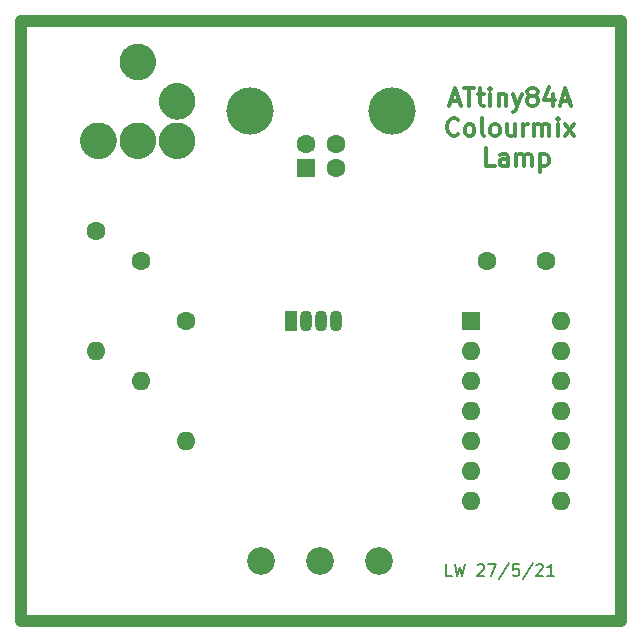
<source format=gbr>
G04 #@! TF.GenerationSoftware,KiCad,Pcbnew,(5.1.9-0-10_14)*
G04 #@! TF.CreationDate,2021-05-28T11:35:46+01:00*
G04 #@! TF.ProjectId,ATtinyRGBLamp,41547469-6e79-4524-9742-4c616d702e6b,rev?*
G04 #@! TF.SameCoordinates,Original*
G04 #@! TF.FileFunction,Copper,L1,Top*
G04 #@! TF.FilePolarity,Positive*
%FSLAX46Y46*%
G04 Gerber Fmt 4.6, Leading zero omitted, Abs format (unit mm)*
G04 Created by KiCad (PCBNEW (5.1.9-0-10_14)) date 2021-05-28 11:35:46*
%MOMM*%
%LPD*%
G01*
G04 APERTURE LIST*
G04 #@! TA.AperFunction,NonConductor*
%ADD10C,0.200000*%
G04 #@! TD*
G04 #@! TA.AperFunction,NonConductor*
%ADD11C,0.300000*%
G04 #@! TD*
G04 #@! TA.AperFunction,EtchedComponent*
%ADD12C,0.010000*%
G04 #@! TD*
G04 #@! TA.AperFunction,ComponentPad*
%ADD13C,4.000000*%
G04 #@! TD*
G04 #@! TA.AperFunction,ComponentPad*
%ADD14C,1.600000*%
G04 #@! TD*
G04 #@! TA.AperFunction,ComponentPad*
%ADD15R,1.600000X1.600000*%
G04 #@! TD*
G04 #@! TA.AperFunction,ComponentPad*
%ADD16R,1.070000X1.800000*%
G04 #@! TD*
G04 #@! TA.AperFunction,ComponentPad*
%ADD17O,1.070000X1.800000*%
G04 #@! TD*
G04 #@! TA.AperFunction,ComponentPad*
%ADD18O,1.600000X1.600000*%
G04 #@! TD*
G04 #@! TA.AperFunction,ComponentPad*
%ADD19C,2.340000*%
G04 #@! TD*
G04 #@! TA.AperFunction,Conductor*
%ADD20C,1.016000*%
G04 #@! TD*
G04 APERTURE END LIST*
D10*
X150748571Y-85102380D02*
X150272380Y-85102380D01*
X150272380Y-84102380D01*
X150986666Y-84102380D02*
X151224761Y-85102380D01*
X151415238Y-84388095D01*
X151605714Y-85102380D01*
X151843809Y-84102380D01*
X152939047Y-84197619D02*
X152986666Y-84150000D01*
X153081904Y-84102380D01*
X153320000Y-84102380D01*
X153415238Y-84150000D01*
X153462857Y-84197619D01*
X153510476Y-84292857D01*
X153510476Y-84388095D01*
X153462857Y-84530952D01*
X152891428Y-85102380D01*
X153510476Y-85102380D01*
X153843809Y-84102380D02*
X154510476Y-84102380D01*
X154081904Y-85102380D01*
X155605714Y-84054761D02*
X154748571Y-85340476D01*
X156415238Y-84102380D02*
X155939047Y-84102380D01*
X155891428Y-84578571D01*
X155939047Y-84530952D01*
X156034285Y-84483333D01*
X156272380Y-84483333D01*
X156367619Y-84530952D01*
X156415238Y-84578571D01*
X156462857Y-84673809D01*
X156462857Y-84911904D01*
X156415238Y-85007142D01*
X156367619Y-85054761D01*
X156272380Y-85102380D01*
X156034285Y-85102380D01*
X155939047Y-85054761D01*
X155891428Y-85007142D01*
X157605714Y-84054761D02*
X156748571Y-85340476D01*
X157891428Y-84197619D02*
X157939047Y-84150000D01*
X158034285Y-84102380D01*
X158272380Y-84102380D01*
X158367619Y-84150000D01*
X158415238Y-84197619D01*
X158462857Y-84292857D01*
X158462857Y-84388095D01*
X158415238Y-84530952D01*
X157843809Y-85102380D01*
X158462857Y-85102380D01*
X159415238Y-85102380D02*
X158843809Y-85102380D01*
X159129523Y-85102380D02*
X159129523Y-84102380D01*
X159034285Y-84245238D01*
X158939047Y-84340476D01*
X158843809Y-84388095D01*
D11*
X150652857Y-44880000D02*
X151367142Y-44880000D01*
X150510000Y-45308571D02*
X151010000Y-43808571D01*
X151510000Y-45308571D01*
X151795714Y-43808571D02*
X152652857Y-43808571D01*
X152224285Y-45308571D02*
X152224285Y-43808571D01*
X152938571Y-44308571D02*
X153510000Y-44308571D01*
X153152857Y-43808571D02*
X153152857Y-45094285D01*
X153224285Y-45237142D01*
X153367142Y-45308571D01*
X153510000Y-45308571D01*
X154010000Y-45308571D02*
X154010000Y-44308571D01*
X154010000Y-43808571D02*
X153938571Y-43880000D01*
X154010000Y-43951428D01*
X154081428Y-43880000D01*
X154010000Y-43808571D01*
X154010000Y-43951428D01*
X154724285Y-44308571D02*
X154724285Y-45308571D01*
X154724285Y-44451428D02*
X154795714Y-44380000D01*
X154938571Y-44308571D01*
X155152857Y-44308571D01*
X155295714Y-44380000D01*
X155367142Y-44522857D01*
X155367142Y-45308571D01*
X155938571Y-44308571D02*
X156295714Y-45308571D01*
X156652857Y-44308571D02*
X156295714Y-45308571D01*
X156152857Y-45665714D01*
X156081428Y-45737142D01*
X155938571Y-45808571D01*
X157438571Y-44451428D02*
X157295714Y-44380000D01*
X157224285Y-44308571D01*
X157152857Y-44165714D01*
X157152857Y-44094285D01*
X157224285Y-43951428D01*
X157295714Y-43880000D01*
X157438571Y-43808571D01*
X157724285Y-43808571D01*
X157867142Y-43880000D01*
X157938571Y-43951428D01*
X158010000Y-44094285D01*
X158010000Y-44165714D01*
X157938571Y-44308571D01*
X157867142Y-44380000D01*
X157724285Y-44451428D01*
X157438571Y-44451428D01*
X157295714Y-44522857D01*
X157224285Y-44594285D01*
X157152857Y-44737142D01*
X157152857Y-45022857D01*
X157224285Y-45165714D01*
X157295714Y-45237142D01*
X157438571Y-45308571D01*
X157724285Y-45308571D01*
X157867142Y-45237142D01*
X157938571Y-45165714D01*
X158010000Y-45022857D01*
X158010000Y-44737142D01*
X157938571Y-44594285D01*
X157867142Y-44522857D01*
X157724285Y-44451428D01*
X159295714Y-44308571D02*
X159295714Y-45308571D01*
X158938571Y-43737142D02*
X158581428Y-44808571D01*
X159510000Y-44808571D01*
X160010000Y-44880000D02*
X160724285Y-44880000D01*
X159867142Y-45308571D02*
X160367142Y-43808571D01*
X160867142Y-45308571D01*
X151295714Y-47715714D02*
X151224285Y-47787142D01*
X151010000Y-47858571D01*
X150867142Y-47858571D01*
X150652857Y-47787142D01*
X150510000Y-47644285D01*
X150438571Y-47501428D01*
X150367142Y-47215714D01*
X150367142Y-47001428D01*
X150438571Y-46715714D01*
X150510000Y-46572857D01*
X150652857Y-46430000D01*
X150867142Y-46358571D01*
X151010000Y-46358571D01*
X151224285Y-46430000D01*
X151295714Y-46501428D01*
X152152857Y-47858571D02*
X152010000Y-47787142D01*
X151938571Y-47715714D01*
X151867142Y-47572857D01*
X151867142Y-47144285D01*
X151938571Y-47001428D01*
X152010000Y-46930000D01*
X152152857Y-46858571D01*
X152367142Y-46858571D01*
X152510000Y-46930000D01*
X152581428Y-47001428D01*
X152652857Y-47144285D01*
X152652857Y-47572857D01*
X152581428Y-47715714D01*
X152510000Y-47787142D01*
X152367142Y-47858571D01*
X152152857Y-47858571D01*
X153510000Y-47858571D02*
X153367142Y-47787142D01*
X153295714Y-47644285D01*
X153295714Y-46358571D01*
X154295714Y-47858571D02*
X154152857Y-47787142D01*
X154081428Y-47715714D01*
X154010000Y-47572857D01*
X154010000Y-47144285D01*
X154081428Y-47001428D01*
X154152857Y-46930000D01*
X154295714Y-46858571D01*
X154510000Y-46858571D01*
X154652857Y-46930000D01*
X154724285Y-47001428D01*
X154795714Y-47144285D01*
X154795714Y-47572857D01*
X154724285Y-47715714D01*
X154652857Y-47787142D01*
X154510000Y-47858571D01*
X154295714Y-47858571D01*
X156081428Y-46858571D02*
X156081428Y-47858571D01*
X155438571Y-46858571D02*
X155438571Y-47644285D01*
X155510000Y-47787142D01*
X155652857Y-47858571D01*
X155867142Y-47858571D01*
X156010000Y-47787142D01*
X156081428Y-47715714D01*
X156795714Y-47858571D02*
X156795714Y-46858571D01*
X156795714Y-47144285D02*
X156867142Y-47001428D01*
X156938571Y-46930000D01*
X157081428Y-46858571D01*
X157224285Y-46858571D01*
X157724285Y-47858571D02*
X157724285Y-46858571D01*
X157724285Y-47001428D02*
X157795714Y-46930000D01*
X157938571Y-46858571D01*
X158152857Y-46858571D01*
X158295714Y-46930000D01*
X158367142Y-47072857D01*
X158367142Y-47858571D01*
X158367142Y-47072857D02*
X158438571Y-46930000D01*
X158581428Y-46858571D01*
X158795714Y-46858571D01*
X158938571Y-46930000D01*
X159010000Y-47072857D01*
X159010000Y-47858571D01*
X159724285Y-47858571D02*
X159724285Y-46858571D01*
X159724285Y-46358571D02*
X159652857Y-46430000D01*
X159724285Y-46501428D01*
X159795714Y-46430000D01*
X159724285Y-46358571D01*
X159724285Y-46501428D01*
X160295714Y-47858571D02*
X161081428Y-46858571D01*
X160295714Y-46858571D02*
X161081428Y-47858571D01*
X154367142Y-50408571D02*
X153652857Y-50408571D01*
X153652857Y-48908571D01*
X155510000Y-50408571D02*
X155510000Y-49622857D01*
X155438571Y-49480000D01*
X155295714Y-49408571D01*
X155010000Y-49408571D01*
X154867142Y-49480000D01*
X155510000Y-50337142D02*
X155367142Y-50408571D01*
X155010000Y-50408571D01*
X154867142Y-50337142D01*
X154795714Y-50194285D01*
X154795714Y-50051428D01*
X154867142Y-49908571D01*
X155010000Y-49837142D01*
X155367142Y-49837142D01*
X155510000Y-49765714D01*
X156224285Y-50408571D02*
X156224285Y-49408571D01*
X156224285Y-49551428D02*
X156295714Y-49480000D01*
X156438571Y-49408571D01*
X156652857Y-49408571D01*
X156795714Y-49480000D01*
X156867142Y-49622857D01*
X156867142Y-50408571D01*
X156867142Y-49622857D02*
X156938571Y-49480000D01*
X157081428Y-49408571D01*
X157295714Y-49408571D01*
X157438571Y-49480000D01*
X157510000Y-49622857D01*
X157510000Y-50408571D01*
X158224285Y-49408571D02*
X158224285Y-50908571D01*
X158224285Y-49480000D02*
X158367142Y-49408571D01*
X158652857Y-49408571D01*
X158795714Y-49480000D01*
X158867142Y-49551428D01*
X158938571Y-49694285D01*
X158938571Y-50122857D01*
X158867142Y-50265714D01*
X158795714Y-50337142D01*
X158652857Y-50408571D01*
X158367142Y-50408571D01*
X158224285Y-50337142D01*
D12*
G04 #@! TO.C,G\u002A\u002A\u002A*
G36*
X120858681Y-46724809D02*
G01*
X120928799Y-46729844D01*
X120998748Y-46738161D01*
X121068413Y-46749767D01*
X121137677Y-46764670D01*
X121206424Y-46782877D01*
X121221860Y-46787445D01*
X121289218Y-46809524D01*
X121355196Y-46834693D01*
X121419773Y-46862940D01*
X121482929Y-46894254D01*
X121544640Y-46928623D01*
X121604887Y-46966034D01*
X121663648Y-47006475D01*
X121720901Y-47049936D01*
X121776624Y-47096403D01*
X121782231Y-47101319D01*
X121792480Y-47110589D01*
X121804518Y-47121875D01*
X121817886Y-47134717D01*
X121832122Y-47148653D01*
X121846769Y-47163221D01*
X121861365Y-47177959D01*
X121875451Y-47192404D01*
X121888567Y-47206096D01*
X121900254Y-47218572D01*
X121910051Y-47229371D01*
X121912725Y-47232412D01*
X121959280Y-47288332D01*
X122002757Y-47345660D01*
X122043172Y-47404421D01*
X122080539Y-47464640D01*
X122114871Y-47526341D01*
X122146184Y-47589551D01*
X122174491Y-47654293D01*
X122199808Y-47720592D01*
X122209169Y-47747761D01*
X122227533Y-47806697D01*
X122243334Y-47866018D01*
X122256660Y-47926170D01*
X122267599Y-47987598D01*
X122276240Y-48050748D01*
X122282670Y-48116065D01*
X122283051Y-48120880D01*
X122283650Y-48130795D01*
X122284150Y-48143551D01*
X122284551Y-48158630D01*
X122284853Y-48175516D01*
X122285056Y-48193693D01*
X122285159Y-48212645D01*
X122285164Y-48231855D01*
X122285069Y-48250807D01*
X122284875Y-48268984D01*
X122284581Y-48285871D01*
X122284188Y-48300950D01*
X122283695Y-48313705D01*
X122283103Y-48323621D01*
X122283067Y-48324080D01*
X122277866Y-48379865D01*
X122271300Y-48433118D01*
X122263261Y-48484454D01*
X122253638Y-48534486D01*
X122242322Y-48583829D01*
X122229205Y-48633095D01*
X122226027Y-48644120D01*
X122204542Y-48711652D01*
X122179961Y-48777882D01*
X122152349Y-48842714D01*
X122121773Y-48906055D01*
X122088299Y-48967810D01*
X122051995Y-49027884D01*
X122012926Y-49086185D01*
X121971158Y-49142617D01*
X121926760Y-49197086D01*
X121879796Y-49249498D01*
X121830334Y-49299759D01*
X121778440Y-49347774D01*
X121724181Y-49393450D01*
X121667623Y-49436691D01*
X121665634Y-49438137D01*
X121607471Y-49478251D01*
X121547561Y-49515497D01*
X121486029Y-49549828D01*
X121423002Y-49581197D01*
X121358605Y-49609556D01*
X121292963Y-49634859D01*
X121226204Y-49657059D01*
X121158451Y-49676108D01*
X121089831Y-49691959D01*
X121020470Y-49704566D01*
X120950493Y-49713881D01*
X120921293Y-49716770D01*
X120887373Y-49719323D01*
X120851553Y-49721166D01*
X120814848Y-49722280D01*
X120778275Y-49722644D01*
X120742851Y-49722240D01*
X120709591Y-49721048D01*
X120706240Y-49720875D01*
X120635908Y-49715450D01*
X120566030Y-49706719D01*
X120496736Y-49694731D01*
X120428155Y-49679534D01*
X120360419Y-49661176D01*
X120293656Y-49639705D01*
X120227999Y-49615171D01*
X120163575Y-49587621D01*
X120100517Y-49557105D01*
X120038953Y-49523669D01*
X119979014Y-49487362D01*
X119920831Y-49448234D01*
X119868887Y-49409725D01*
X119845762Y-49391480D01*
X119824161Y-49373779D01*
X119803450Y-49356060D01*
X119782994Y-49337759D01*
X119762162Y-49318313D01*
X119740318Y-49297160D01*
X119724036Y-49280984D01*
X119700901Y-49257467D01*
X119679873Y-49235350D01*
X119660373Y-49213968D01*
X119641823Y-49192657D01*
X119623646Y-49170752D01*
X119605263Y-49147587D01*
X119586096Y-49122499D01*
X119585129Y-49121212D01*
X119544037Y-49063680D01*
X119505871Y-49004502D01*
X119470660Y-48943786D01*
X119438431Y-48881639D01*
X119409215Y-48818168D01*
X119383039Y-48753480D01*
X119359932Y-48687683D01*
X119339922Y-48620884D01*
X119323038Y-48553190D01*
X119309308Y-48484708D01*
X119298762Y-48415547D01*
X119291427Y-48345812D01*
X119287332Y-48275612D01*
X119286505Y-48205054D01*
X119288976Y-48134245D01*
X119294772Y-48063292D01*
X119297452Y-48039600D01*
X119307550Y-47970176D01*
X119320953Y-47901320D01*
X119337604Y-47833170D01*
X119357447Y-47765863D01*
X119380428Y-47699537D01*
X119406492Y-47634328D01*
X119435581Y-47570375D01*
X119467642Y-47507815D01*
X119502619Y-47446785D01*
X119540456Y-47387423D01*
X119581098Y-47329866D01*
X119586622Y-47322473D01*
X119630928Y-47266351D01*
X119677623Y-47212595D01*
X119726636Y-47161268D01*
X119777896Y-47112427D01*
X119831332Y-47066134D01*
X119886871Y-47022448D01*
X119944443Y-46981430D01*
X120003976Y-46943140D01*
X120065399Y-46907636D01*
X120104260Y-46887122D01*
X120117120Y-46880631D01*
X120130479Y-46873995D01*
X120143617Y-46867562D01*
X120155814Y-46861684D01*
X120166352Y-46856710D01*
X120173625Y-46853383D01*
X120239077Y-46825995D01*
X120305516Y-46801818D01*
X120372827Y-46780856D01*
X120440892Y-46763119D01*
X120509598Y-46748614D01*
X120578828Y-46737346D01*
X120648467Y-46729325D01*
X120718400Y-46724557D01*
X120788509Y-46723049D01*
X120858681Y-46724809D01*
G37*
X120858681Y-46724809D02*
X120928799Y-46729844D01*
X120998748Y-46738161D01*
X121068413Y-46749767D01*
X121137677Y-46764670D01*
X121206424Y-46782877D01*
X121221860Y-46787445D01*
X121289218Y-46809524D01*
X121355196Y-46834693D01*
X121419773Y-46862940D01*
X121482929Y-46894254D01*
X121544640Y-46928623D01*
X121604887Y-46966034D01*
X121663648Y-47006475D01*
X121720901Y-47049936D01*
X121776624Y-47096403D01*
X121782231Y-47101319D01*
X121792480Y-47110589D01*
X121804518Y-47121875D01*
X121817886Y-47134717D01*
X121832122Y-47148653D01*
X121846769Y-47163221D01*
X121861365Y-47177959D01*
X121875451Y-47192404D01*
X121888567Y-47206096D01*
X121900254Y-47218572D01*
X121910051Y-47229371D01*
X121912725Y-47232412D01*
X121959280Y-47288332D01*
X122002757Y-47345660D01*
X122043172Y-47404421D01*
X122080539Y-47464640D01*
X122114871Y-47526341D01*
X122146184Y-47589551D01*
X122174491Y-47654293D01*
X122199808Y-47720592D01*
X122209169Y-47747761D01*
X122227533Y-47806697D01*
X122243334Y-47866018D01*
X122256660Y-47926170D01*
X122267599Y-47987598D01*
X122276240Y-48050748D01*
X122282670Y-48116065D01*
X122283051Y-48120880D01*
X122283650Y-48130795D01*
X122284150Y-48143551D01*
X122284551Y-48158630D01*
X122284853Y-48175516D01*
X122285056Y-48193693D01*
X122285159Y-48212645D01*
X122285164Y-48231855D01*
X122285069Y-48250807D01*
X122284875Y-48268984D01*
X122284581Y-48285871D01*
X122284188Y-48300950D01*
X122283695Y-48313705D01*
X122283103Y-48323621D01*
X122283067Y-48324080D01*
X122277866Y-48379865D01*
X122271300Y-48433118D01*
X122263261Y-48484454D01*
X122253638Y-48534486D01*
X122242322Y-48583829D01*
X122229205Y-48633095D01*
X122226027Y-48644120D01*
X122204542Y-48711652D01*
X122179961Y-48777882D01*
X122152349Y-48842714D01*
X122121773Y-48906055D01*
X122088299Y-48967810D01*
X122051995Y-49027884D01*
X122012926Y-49086185D01*
X121971158Y-49142617D01*
X121926760Y-49197086D01*
X121879796Y-49249498D01*
X121830334Y-49299759D01*
X121778440Y-49347774D01*
X121724181Y-49393450D01*
X121667623Y-49436691D01*
X121665634Y-49438137D01*
X121607471Y-49478251D01*
X121547561Y-49515497D01*
X121486029Y-49549828D01*
X121423002Y-49581197D01*
X121358605Y-49609556D01*
X121292963Y-49634859D01*
X121226204Y-49657059D01*
X121158451Y-49676108D01*
X121089831Y-49691959D01*
X121020470Y-49704566D01*
X120950493Y-49713881D01*
X120921293Y-49716770D01*
X120887373Y-49719323D01*
X120851553Y-49721166D01*
X120814848Y-49722280D01*
X120778275Y-49722644D01*
X120742851Y-49722240D01*
X120709591Y-49721048D01*
X120706240Y-49720875D01*
X120635908Y-49715450D01*
X120566030Y-49706719D01*
X120496736Y-49694731D01*
X120428155Y-49679534D01*
X120360419Y-49661176D01*
X120293656Y-49639705D01*
X120227999Y-49615171D01*
X120163575Y-49587621D01*
X120100517Y-49557105D01*
X120038953Y-49523669D01*
X119979014Y-49487362D01*
X119920831Y-49448234D01*
X119868887Y-49409725D01*
X119845762Y-49391480D01*
X119824161Y-49373779D01*
X119803450Y-49356060D01*
X119782994Y-49337759D01*
X119762162Y-49318313D01*
X119740318Y-49297160D01*
X119724036Y-49280984D01*
X119700901Y-49257467D01*
X119679873Y-49235350D01*
X119660373Y-49213968D01*
X119641823Y-49192657D01*
X119623646Y-49170752D01*
X119605263Y-49147587D01*
X119586096Y-49122499D01*
X119585129Y-49121212D01*
X119544037Y-49063680D01*
X119505871Y-49004502D01*
X119470660Y-48943786D01*
X119438431Y-48881639D01*
X119409215Y-48818168D01*
X119383039Y-48753480D01*
X119359932Y-48687683D01*
X119339922Y-48620884D01*
X119323038Y-48553190D01*
X119309308Y-48484708D01*
X119298762Y-48415547D01*
X119291427Y-48345812D01*
X119287332Y-48275612D01*
X119286505Y-48205054D01*
X119288976Y-48134245D01*
X119294772Y-48063292D01*
X119297452Y-48039600D01*
X119307550Y-47970176D01*
X119320953Y-47901320D01*
X119337604Y-47833170D01*
X119357447Y-47765863D01*
X119380428Y-47699537D01*
X119406492Y-47634328D01*
X119435581Y-47570375D01*
X119467642Y-47507815D01*
X119502619Y-47446785D01*
X119540456Y-47387423D01*
X119581098Y-47329866D01*
X119586622Y-47322473D01*
X119630928Y-47266351D01*
X119677623Y-47212595D01*
X119726636Y-47161268D01*
X119777896Y-47112427D01*
X119831332Y-47066134D01*
X119886871Y-47022448D01*
X119944443Y-46981430D01*
X120003976Y-46943140D01*
X120065399Y-46907636D01*
X120104260Y-46887122D01*
X120117120Y-46880631D01*
X120130479Y-46873995D01*
X120143617Y-46867562D01*
X120155814Y-46861684D01*
X120166352Y-46856710D01*
X120173625Y-46853383D01*
X120239077Y-46825995D01*
X120305516Y-46801818D01*
X120372827Y-46780856D01*
X120440892Y-46763119D01*
X120509598Y-46748614D01*
X120578828Y-46737346D01*
X120648467Y-46729325D01*
X120718400Y-46724557D01*
X120788509Y-46723049D01*
X120858681Y-46724809D01*
G36*
X124209734Y-46725731D02*
G01*
X124280511Y-46731566D01*
X124302880Y-46734105D01*
X124372490Y-46744228D01*
X124441500Y-46757667D01*
X124509814Y-46774386D01*
X124577338Y-46794352D01*
X124643976Y-46817531D01*
X124709632Y-46843889D01*
X124774212Y-46873393D01*
X124837622Y-46906008D01*
X124899764Y-46941700D01*
X124919700Y-46953975D01*
X124974930Y-46990461D01*
X125028979Y-47029966D01*
X125081617Y-47072258D01*
X125132610Y-47117105D01*
X125181726Y-47164276D01*
X125228735Y-47213537D01*
X125273403Y-47264659D01*
X125315500Y-47317407D01*
X125354792Y-47371551D01*
X125388505Y-47422780D01*
X125421400Y-47477861D01*
X125452179Y-47534552D01*
X125480522Y-47592215D01*
X125506112Y-47650210D01*
X125522580Y-47691620D01*
X125545974Y-47758083D01*
X125566154Y-47825500D01*
X125583111Y-47893735D01*
X125596839Y-47962653D01*
X125607328Y-48032119D01*
X125614571Y-48101997D01*
X125618560Y-48172153D01*
X125619288Y-48242449D01*
X125616746Y-48312753D01*
X125610927Y-48382927D01*
X125601823Y-48452837D01*
X125589426Y-48522347D01*
X125574503Y-48588240D01*
X125555568Y-48657005D01*
X125533559Y-48724358D01*
X125508473Y-48790303D01*
X125480306Y-48854846D01*
X125449058Y-48917990D01*
X125414725Y-48979741D01*
X125377305Y-49040104D01*
X125336794Y-49099083D01*
X125293191Y-49156684D01*
X125246493Y-49212911D01*
X125241172Y-49219007D01*
X125234199Y-49226731D01*
X125225194Y-49236359D01*
X125214583Y-49247463D01*
X125202790Y-49259616D01*
X125190242Y-49272388D01*
X125177362Y-49285354D01*
X125164577Y-49298084D01*
X125152311Y-49310152D01*
X125140989Y-49321130D01*
X125131038Y-49330590D01*
X125122881Y-49338105D01*
X125121929Y-49338957D01*
X125066972Y-49385731D01*
X125010301Y-49429623D01*
X124951991Y-49470600D01*
X124892114Y-49508628D01*
X124830744Y-49543672D01*
X124767955Y-49575699D01*
X124703818Y-49604676D01*
X124638409Y-49630568D01*
X124571800Y-49653342D01*
X124504064Y-49672964D01*
X124435276Y-49689400D01*
X124365508Y-49702616D01*
X124316427Y-49709895D01*
X124272577Y-49714929D01*
X124227122Y-49718756D01*
X124180968Y-49721340D01*
X124135025Y-49722645D01*
X124090198Y-49722635D01*
X124047396Y-49721273D01*
X124040413Y-49720906D01*
X123968600Y-49715239D01*
X123897615Y-49706314D01*
X123827538Y-49694168D01*
X123758449Y-49678837D01*
X123690429Y-49660355D01*
X123623558Y-49638760D01*
X123557917Y-49614087D01*
X123493585Y-49586372D01*
X123430643Y-49555650D01*
X123369172Y-49521957D01*
X123309251Y-49485330D01*
X123250961Y-49445805D01*
X123194382Y-49403416D01*
X123139595Y-49358200D01*
X123086679Y-49310193D01*
X123058280Y-49282490D01*
X123009127Y-49230923D01*
X122962665Y-49177346D01*
X122918941Y-49121857D01*
X122878000Y-49064552D01*
X122839888Y-49005529D01*
X122804650Y-48944885D01*
X122772332Y-48882719D01*
X122742980Y-48819128D01*
X122716638Y-48754208D01*
X122693354Y-48688058D01*
X122673171Y-48620775D01*
X122656137Y-48552457D01*
X122642296Y-48483200D01*
X122631694Y-48413103D01*
X122625706Y-48357947D01*
X122621880Y-48302973D01*
X122620080Y-48246359D01*
X122620296Y-48189099D01*
X122622517Y-48132185D01*
X122626732Y-48076611D01*
X122629084Y-48053993D01*
X122638717Y-47983612D01*
X122651632Y-47913983D01*
X122667784Y-47845210D01*
X122687131Y-47777394D01*
X122709632Y-47710638D01*
X122735242Y-47645043D01*
X122763920Y-47580713D01*
X122795622Y-47517748D01*
X122830306Y-47456252D01*
X122867930Y-47396326D01*
X122908450Y-47338073D01*
X122951824Y-47281595D01*
X122951886Y-47281518D01*
X122986184Y-47240689D01*
X123023142Y-47199878D01*
X123062097Y-47159755D01*
X123102385Y-47120987D01*
X123143343Y-47084244D01*
X123169598Y-47062103D01*
X123225103Y-47018657D01*
X123282390Y-46978053D01*
X123341348Y-46940321D01*
X123401868Y-46905493D01*
X123463839Y-46873602D01*
X123527150Y-46844679D01*
X123591692Y-46818756D01*
X123657354Y-46795866D01*
X123724026Y-46776039D01*
X123791597Y-46759309D01*
X123859958Y-46745706D01*
X123928997Y-46735264D01*
X123998604Y-46728013D01*
X124068670Y-46723986D01*
X124139083Y-46723214D01*
X124209734Y-46725731D01*
G37*
X124209734Y-46725731D02*
X124280511Y-46731566D01*
X124302880Y-46734105D01*
X124372490Y-46744228D01*
X124441500Y-46757667D01*
X124509814Y-46774386D01*
X124577338Y-46794352D01*
X124643976Y-46817531D01*
X124709632Y-46843889D01*
X124774212Y-46873393D01*
X124837622Y-46906008D01*
X124899764Y-46941700D01*
X124919700Y-46953975D01*
X124974930Y-46990461D01*
X125028979Y-47029966D01*
X125081617Y-47072258D01*
X125132610Y-47117105D01*
X125181726Y-47164276D01*
X125228735Y-47213537D01*
X125273403Y-47264659D01*
X125315500Y-47317407D01*
X125354792Y-47371551D01*
X125388505Y-47422780D01*
X125421400Y-47477861D01*
X125452179Y-47534552D01*
X125480522Y-47592215D01*
X125506112Y-47650210D01*
X125522580Y-47691620D01*
X125545974Y-47758083D01*
X125566154Y-47825500D01*
X125583111Y-47893735D01*
X125596839Y-47962653D01*
X125607328Y-48032119D01*
X125614571Y-48101997D01*
X125618560Y-48172153D01*
X125619288Y-48242449D01*
X125616746Y-48312753D01*
X125610927Y-48382927D01*
X125601823Y-48452837D01*
X125589426Y-48522347D01*
X125574503Y-48588240D01*
X125555568Y-48657005D01*
X125533559Y-48724358D01*
X125508473Y-48790303D01*
X125480306Y-48854846D01*
X125449058Y-48917990D01*
X125414725Y-48979741D01*
X125377305Y-49040104D01*
X125336794Y-49099083D01*
X125293191Y-49156684D01*
X125246493Y-49212911D01*
X125241172Y-49219007D01*
X125234199Y-49226731D01*
X125225194Y-49236359D01*
X125214583Y-49247463D01*
X125202790Y-49259616D01*
X125190242Y-49272388D01*
X125177362Y-49285354D01*
X125164577Y-49298084D01*
X125152311Y-49310152D01*
X125140989Y-49321130D01*
X125131038Y-49330590D01*
X125122881Y-49338105D01*
X125121929Y-49338957D01*
X125066972Y-49385731D01*
X125010301Y-49429623D01*
X124951991Y-49470600D01*
X124892114Y-49508628D01*
X124830744Y-49543672D01*
X124767955Y-49575699D01*
X124703818Y-49604676D01*
X124638409Y-49630568D01*
X124571800Y-49653342D01*
X124504064Y-49672964D01*
X124435276Y-49689400D01*
X124365508Y-49702616D01*
X124316427Y-49709895D01*
X124272577Y-49714929D01*
X124227122Y-49718756D01*
X124180968Y-49721340D01*
X124135025Y-49722645D01*
X124090198Y-49722635D01*
X124047396Y-49721273D01*
X124040413Y-49720906D01*
X123968600Y-49715239D01*
X123897615Y-49706314D01*
X123827538Y-49694168D01*
X123758449Y-49678837D01*
X123690429Y-49660355D01*
X123623558Y-49638760D01*
X123557917Y-49614087D01*
X123493585Y-49586372D01*
X123430643Y-49555650D01*
X123369172Y-49521957D01*
X123309251Y-49485330D01*
X123250961Y-49445805D01*
X123194382Y-49403416D01*
X123139595Y-49358200D01*
X123086679Y-49310193D01*
X123058280Y-49282490D01*
X123009127Y-49230923D01*
X122962665Y-49177346D01*
X122918941Y-49121857D01*
X122878000Y-49064552D01*
X122839888Y-49005529D01*
X122804650Y-48944885D01*
X122772332Y-48882719D01*
X122742980Y-48819128D01*
X122716638Y-48754208D01*
X122693354Y-48688058D01*
X122673171Y-48620775D01*
X122656137Y-48552457D01*
X122642296Y-48483200D01*
X122631694Y-48413103D01*
X122625706Y-48357947D01*
X122621880Y-48302973D01*
X122620080Y-48246359D01*
X122620296Y-48189099D01*
X122622517Y-48132185D01*
X122626732Y-48076611D01*
X122629084Y-48053993D01*
X122638717Y-47983612D01*
X122651632Y-47913983D01*
X122667784Y-47845210D01*
X122687131Y-47777394D01*
X122709632Y-47710638D01*
X122735242Y-47645043D01*
X122763920Y-47580713D01*
X122795622Y-47517748D01*
X122830306Y-47456252D01*
X122867930Y-47396326D01*
X122908450Y-47338073D01*
X122951824Y-47281595D01*
X122951886Y-47281518D01*
X122986184Y-47240689D01*
X123023142Y-47199878D01*
X123062097Y-47159755D01*
X123102385Y-47120987D01*
X123143343Y-47084244D01*
X123169598Y-47062103D01*
X123225103Y-47018657D01*
X123282390Y-46978053D01*
X123341348Y-46940321D01*
X123401868Y-46905493D01*
X123463839Y-46873602D01*
X123527150Y-46844679D01*
X123591692Y-46818756D01*
X123657354Y-46795866D01*
X123724026Y-46776039D01*
X123791597Y-46759309D01*
X123859958Y-46745706D01*
X123928997Y-46735264D01*
X123998604Y-46728013D01*
X124068670Y-46723986D01*
X124139083Y-46723214D01*
X124209734Y-46725731D01*
G36*
X127521212Y-46724595D02*
G01*
X127590541Y-46729348D01*
X127659623Y-46737300D01*
X127728342Y-46748448D01*
X127796579Y-46762790D01*
X127864217Y-46780325D01*
X127931139Y-46801052D01*
X127997226Y-46824967D01*
X128062361Y-46852069D01*
X128108647Y-46873575D01*
X128171318Y-46905878D01*
X128232219Y-46941024D01*
X128291264Y-46978923D01*
X128348370Y-47019482D01*
X128403450Y-47062607D01*
X128456421Y-47108205D01*
X128507196Y-47156185D01*
X128555692Y-47206454D01*
X128601824Y-47258918D01*
X128645506Y-47313485D01*
X128686653Y-47370063D01*
X128725181Y-47428558D01*
X128761005Y-47488878D01*
X128794039Y-47550930D01*
X128824200Y-47614621D01*
X128851401Y-47679860D01*
X128854633Y-47688233D01*
X128878169Y-47754478D01*
X128898480Y-47821620D01*
X128915567Y-47889529D01*
X128929431Y-47958074D01*
X128940072Y-48027124D01*
X128947492Y-48096548D01*
X128951693Y-48166215D01*
X128952674Y-48235993D01*
X128950438Y-48305753D01*
X128944986Y-48375362D01*
X128936318Y-48444690D01*
X128924436Y-48513606D01*
X128909340Y-48581978D01*
X128891033Y-48649677D01*
X128869515Y-48716570D01*
X128845288Y-48781280D01*
X128837515Y-48800426D01*
X128830337Y-48817575D01*
X128823372Y-48833565D01*
X128816238Y-48849235D01*
X128808555Y-48865424D01*
X128799941Y-48882973D01*
X128791059Y-48900660D01*
X128757599Y-48963032D01*
X128721258Y-49023681D01*
X128682127Y-49082499D01*
X128640296Y-49139379D01*
X128595856Y-49194212D01*
X128548897Y-49246890D01*
X128499510Y-49297305D01*
X128447784Y-49345349D01*
X128393811Y-49390914D01*
X128355873Y-49420426D01*
X128315153Y-49450179D01*
X128275264Y-49477487D01*
X128235386Y-49502864D01*
X128194697Y-49526821D01*
X128152377Y-49549871D01*
X128130660Y-49561059D01*
X128090437Y-49580791D01*
X128051545Y-49598540D01*
X128012945Y-49614744D01*
X127973602Y-49629841D01*
X127941007Y-49641379D01*
X127876632Y-49661895D01*
X127812390Y-49679326D01*
X127747858Y-49693753D01*
X127682614Y-49705258D01*
X127616235Y-49713922D01*
X127548300Y-49719826D01*
X127527833Y-49721057D01*
X127514480Y-49721621D01*
X127498474Y-49722038D01*
X127480544Y-49722309D01*
X127461422Y-49722434D01*
X127441836Y-49722414D01*
X127422517Y-49722251D01*
X127404196Y-49721944D01*
X127387601Y-49721495D01*
X127373464Y-49720905D01*
X127372893Y-49720875D01*
X127302456Y-49715441D01*
X127232495Y-49706696D01*
X127163137Y-49694687D01*
X127094505Y-49679462D01*
X127026724Y-49661069D01*
X126959919Y-49639554D01*
X126894215Y-49614965D01*
X126829737Y-49587351D01*
X126766609Y-49556757D01*
X126704956Y-49523233D01*
X126644903Y-49486825D01*
X126586575Y-49447581D01*
X126530096Y-49405548D01*
X126516406Y-49394711D01*
X126461881Y-49348885D01*
X126409892Y-49300869D01*
X126360480Y-49250761D01*
X126313684Y-49198662D01*
X126269545Y-49144670D01*
X126228104Y-49088883D01*
X126189401Y-49031403D01*
X126153476Y-48972326D01*
X126120370Y-48911754D01*
X126090123Y-48849784D01*
X126062776Y-48786515D01*
X126038369Y-48722048D01*
X126016942Y-48656481D01*
X125998536Y-48589914D01*
X125983192Y-48522444D01*
X125970949Y-48454173D01*
X125961848Y-48385198D01*
X125955929Y-48315618D01*
X125953234Y-48245534D01*
X125953801Y-48175044D01*
X125957672Y-48104247D01*
X125964105Y-48039600D01*
X125974253Y-47969774D01*
X125987706Y-47900633D01*
X126004440Y-47832245D01*
X126024428Y-47764684D01*
X126047647Y-47698018D01*
X126074070Y-47632318D01*
X126103673Y-47567656D01*
X126136430Y-47504102D01*
X126172317Y-47441727D01*
X126183986Y-47422780D01*
X126220175Y-47367960D01*
X126259397Y-47314255D01*
X126301410Y-47261904D01*
X126345975Y-47211147D01*
X126392852Y-47162225D01*
X126441800Y-47115377D01*
X126492579Y-47070844D01*
X126544949Y-47028866D01*
X126598671Y-46989682D01*
X126652780Y-46953986D01*
X126683531Y-46935293D01*
X126715858Y-46916656D01*
X126748919Y-46898525D01*
X126781871Y-46881353D01*
X126813873Y-46865593D01*
X126840279Y-46853383D01*
X126905597Y-46826050D01*
X126971846Y-46801934D01*
X127038907Y-46781033D01*
X127106664Y-46763346D01*
X127174998Y-46748869D01*
X127243791Y-46737603D01*
X127312928Y-46729544D01*
X127382288Y-46724691D01*
X127451756Y-46723042D01*
X127521212Y-46724595D01*
G37*
X127521212Y-46724595D02*
X127590541Y-46729348D01*
X127659623Y-46737300D01*
X127728342Y-46748448D01*
X127796579Y-46762790D01*
X127864217Y-46780325D01*
X127931139Y-46801052D01*
X127997226Y-46824967D01*
X128062361Y-46852069D01*
X128108647Y-46873575D01*
X128171318Y-46905878D01*
X128232219Y-46941024D01*
X128291264Y-46978923D01*
X128348370Y-47019482D01*
X128403450Y-47062607D01*
X128456421Y-47108205D01*
X128507196Y-47156185D01*
X128555692Y-47206454D01*
X128601824Y-47258918D01*
X128645506Y-47313485D01*
X128686653Y-47370063D01*
X128725181Y-47428558D01*
X128761005Y-47488878D01*
X128794039Y-47550930D01*
X128824200Y-47614621D01*
X128851401Y-47679860D01*
X128854633Y-47688233D01*
X128878169Y-47754478D01*
X128898480Y-47821620D01*
X128915567Y-47889529D01*
X128929431Y-47958074D01*
X128940072Y-48027124D01*
X128947492Y-48096548D01*
X128951693Y-48166215D01*
X128952674Y-48235993D01*
X128950438Y-48305753D01*
X128944986Y-48375362D01*
X128936318Y-48444690D01*
X128924436Y-48513606D01*
X128909340Y-48581978D01*
X128891033Y-48649677D01*
X128869515Y-48716570D01*
X128845288Y-48781280D01*
X128837515Y-48800426D01*
X128830337Y-48817575D01*
X128823372Y-48833565D01*
X128816238Y-48849235D01*
X128808555Y-48865424D01*
X128799941Y-48882973D01*
X128791059Y-48900660D01*
X128757599Y-48963032D01*
X128721258Y-49023681D01*
X128682127Y-49082499D01*
X128640296Y-49139379D01*
X128595856Y-49194212D01*
X128548897Y-49246890D01*
X128499510Y-49297305D01*
X128447784Y-49345349D01*
X128393811Y-49390914D01*
X128355873Y-49420426D01*
X128315153Y-49450179D01*
X128275264Y-49477487D01*
X128235386Y-49502864D01*
X128194697Y-49526821D01*
X128152377Y-49549871D01*
X128130660Y-49561059D01*
X128090437Y-49580791D01*
X128051545Y-49598540D01*
X128012945Y-49614744D01*
X127973602Y-49629841D01*
X127941007Y-49641379D01*
X127876632Y-49661895D01*
X127812390Y-49679326D01*
X127747858Y-49693753D01*
X127682614Y-49705258D01*
X127616235Y-49713922D01*
X127548300Y-49719826D01*
X127527833Y-49721057D01*
X127514480Y-49721621D01*
X127498474Y-49722038D01*
X127480544Y-49722309D01*
X127461422Y-49722434D01*
X127441836Y-49722414D01*
X127422517Y-49722251D01*
X127404196Y-49721944D01*
X127387601Y-49721495D01*
X127373464Y-49720905D01*
X127372893Y-49720875D01*
X127302456Y-49715441D01*
X127232495Y-49706696D01*
X127163137Y-49694687D01*
X127094505Y-49679462D01*
X127026724Y-49661069D01*
X126959919Y-49639554D01*
X126894215Y-49614965D01*
X126829737Y-49587351D01*
X126766609Y-49556757D01*
X126704956Y-49523233D01*
X126644903Y-49486825D01*
X126586575Y-49447581D01*
X126530096Y-49405548D01*
X126516406Y-49394711D01*
X126461881Y-49348885D01*
X126409892Y-49300869D01*
X126360480Y-49250761D01*
X126313684Y-49198662D01*
X126269545Y-49144670D01*
X126228104Y-49088883D01*
X126189401Y-49031403D01*
X126153476Y-48972326D01*
X126120370Y-48911754D01*
X126090123Y-48849784D01*
X126062776Y-48786515D01*
X126038369Y-48722048D01*
X126016942Y-48656481D01*
X125998536Y-48589914D01*
X125983192Y-48522444D01*
X125970949Y-48454173D01*
X125961848Y-48385198D01*
X125955929Y-48315618D01*
X125953234Y-48245534D01*
X125953801Y-48175044D01*
X125957672Y-48104247D01*
X125964105Y-48039600D01*
X125974253Y-47969774D01*
X125987706Y-47900633D01*
X126004440Y-47832245D01*
X126024428Y-47764684D01*
X126047647Y-47698018D01*
X126074070Y-47632318D01*
X126103673Y-47567656D01*
X126136430Y-47504102D01*
X126172317Y-47441727D01*
X126183986Y-47422780D01*
X126220175Y-47367960D01*
X126259397Y-47314255D01*
X126301410Y-47261904D01*
X126345975Y-47211147D01*
X126392852Y-47162225D01*
X126441800Y-47115377D01*
X126492579Y-47070844D01*
X126544949Y-47028866D01*
X126598671Y-46989682D01*
X126652780Y-46953986D01*
X126683531Y-46935293D01*
X126715858Y-46916656D01*
X126748919Y-46898525D01*
X126781871Y-46881353D01*
X126813873Y-46865593D01*
X126840279Y-46853383D01*
X126905597Y-46826050D01*
X126971846Y-46801934D01*
X127038907Y-46781033D01*
X127106664Y-46763346D01*
X127174998Y-46748869D01*
X127243791Y-46737603D01*
X127312928Y-46729544D01*
X127382288Y-46724691D01*
X127451756Y-46723042D01*
X127521212Y-46724595D01*
G36*
X127530048Y-43391644D02*
G01*
X127587947Y-43395706D01*
X127658726Y-43403754D01*
X127728659Y-43415057D01*
X127797660Y-43429569D01*
X127865642Y-43447245D01*
X127932520Y-43468040D01*
X127998207Y-43491908D01*
X128062616Y-43518803D01*
X128125662Y-43548680D01*
X128187259Y-43581495D01*
X128247320Y-43617200D01*
X128305759Y-43655752D01*
X128362490Y-43697103D01*
X128417427Y-43741210D01*
X128470483Y-43788026D01*
X128521573Y-43837507D01*
X128570610Y-43889606D01*
X128609159Y-43934166D01*
X128652595Y-43988960D01*
X128693288Y-44045678D01*
X128731196Y-44104198D01*
X128766272Y-44164397D01*
X128798475Y-44226153D01*
X128827759Y-44289343D01*
X128854080Y-44353844D01*
X128877395Y-44419535D01*
X128897658Y-44486292D01*
X128914827Y-44553993D01*
X128928857Y-44622515D01*
X128939703Y-44691735D01*
X128947322Y-44761532D01*
X128951670Y-44831783D01*
X128952763Y-44889153D01*
X128951079Y-44960549D01*
X128946071Y-45031467D01*
X128937769Y-45101811D01*
X128926203Y-45171480D01*
X128911402Y-45240379D01*
X128893396Y-45308407D01*
X128872215Y-45375468D01*
X128847888Y-45441463D01*
X128820445Y-45506294D01*
X128789916Y-45569863D01*
X128756330Y-45632071D01*
X128719716Y-45692821D01*
X128701950Y-45720122D01*
X128665742Y-45772136D01*
X128627574Y-45822347D01*
X128586857Y-45871519D01*
X128568957Y-45891929D01*
X128561741Y-45899808D01*
X128552522Y-45909539D01*
X128541726Y-45920699D01*
X128529782Y-45932861D01*
X128517116Y-45945600D01*
X128504158Y-45958492D01*
X128491334Y-45971111D01*
X128479071Y-45983032D01*
X128467799Y-45993829D01*
X128457944Y-46003079D01*
X128449934Y-46010355D01*
X128449007Y-46011172D01*
X128392930Y-46058211D01*
X128335481Y-46102153D01*
X128276653Y-46143004D01*
X128216443Y-46180764D01*
X128154845Y-46215436D01*
X128091854Y-46247023D01*
X128027465Y-46275528D01*
X127961674Y-46300952D01*
X127894477Y-46323300D01*
X127825867Y-46342572D01*
X127818240Y-46344503D01*
X127763166Y-46357255D01*
X127708568Y-46367754D01*
X127653728Y-46376099D01*
X127597926Y-46382391D01*
X127540443Y-46386730D01*
X127501099Y-46388577D01*
X127487038Y-46389082D01*
X127475481Y-46389469D01*
X127465738Y-46389737D01*
X127457121Y-46389885D01*
X127448940Y-46389914D01*
X127440508Y-46389824D01*
X127431134Y-46389613D01*
X127420130Y-46389281D01*
X127406808Y-46388829D01*
X127398293Y-46388531D01*
X127327418Y-46384355D01*
X127257064Y-46376847D01*
X127187312Y-46366030D01*
X127118243Y-46351930D01*
X127049936Y-46334572D01*
X126982473Y-46313979D01*
X126915932Y-46290177D01*
X126850396Y-46263192D01*
X126785944Y-46233046D01*
X126722656Y-46199766D01*
X126660613Y-46163377D01*
X126652780Y-46158505D01*
X126597802Y-46122197D01*
X126543911Y-46082849D01*
X126491373Y-46040703D01*
X126440453Y-45996004D01*
X126391415Y-45948996D01*
X126344524Y-45899923D01*
X126300045Y-45849028D01*
X126258244Y-45796556D01*
X126254573Y-45791700D01*
X126213483Y-45734319D01*
X126175062Y-45674980D01*
X126139432Y-45613901D01*
X126106713Y-45551302D01*
X126077025Y-45487400D01*
X126050489Y-45422413D01*
X126049782Y-45420552D01*
X126026393Y-45354112D01*
X126006229Y-45286756D01*
X125989295Y-45218613D01*
X125975596Y-45149812D01*
X125965135Y-45080483D01*
X125957917Y-45010754D01*
X125953946Y-44940756D01*
X125953227Y-44870617D01*
X125955763Y-44800466D01*
X125961560Y-44730433D01*
X125970621Y-44660647D01*
X125982951Y-44591238D01*
X125998554Y-44522334D01*
X126017435Y-44454064D01*
X126017464Y-44453967D01*
X126039631Y-44386421D01*
X126064862Y-44320316D01*
X126093152Y-44255660D01*
X126124495Y-44192464D01*
X126158885Y-44130738D01*
X126196318Y-44070492D01*
X126236787Y-44011736D01*
X126280287Y-43954480D01*
X126326812Y-43898734D01*
X126331319Y-43893595D01*
X126340589Y-43883346D01*
X126351875Y-43871308D01*
X126364717Y-43857941D01*
X126378653Y-43843704D01*
X126393221Y-43829058D01*
X126407959Y-43814462D01*
X126422404Y-43800376D01*
X126436096Y-43787259D01*
X126448572Y-43775572D01*
X126459371Y-43765775D01*
X126462412Y-43763101D01*
X126518394Y-43716511D01*
X126575865Y-43672958D01*
X126634817Y-43632447D01*
X126695241Y-43594982D01*
X126757131Y-43560567D01*
X126820478Y-43529207D01*
X126885273Y-43500906D01*
X126951510Y-43475668D01*
X127019179Y-43453498D01*
X127043801Y-43446293D01*
X127111329Y-43428891D01*
X127179890Y-43414650D01*
X127249252Y-43403594D01*
X127319182Y-43395744D01*
X127389447Y-43391121D01*
X127459813Y-43389747D01*
X127530048Y-43391644D01*
G37*
X127530048Y-43391644D02*
X127587947Y-43395706D01*
X127658726Y-43403754D01*
X127728659Y-43415057D01*
X127797660Y-43429569D01*
X127865642Y-43447245D01*
X127932520Y-43468040D01*
X127998207Y-43491908D01*
X128062616Y-43518803D01*
X128125662Y-43548680D01*
X128187259Y-43581495D01*
X128247320Y-43617200D01*
X128305759Y-43655752D01*
X128362490Y-43697103D01*
X128417427Y-43741210D01*
X128470483Y-43788026D01*
X128521573Y-43837507D01*
X128570610Y-43889606D01*
X128609159Y-43934166D01*
X128652595Y-43988960D01*
X128693288Y-44045678D01*
X128731196Y-44104198D01*
X128766272Y-44164397D01*
X128798475Y-44226153D01*
X128827759Y-44289343D01*
X128854080Y-44353844D01*
X128877395Y-44419535D01*
X128897658Y-44486292D01*
X128914827Y-44553993D01*
X128928857Y-44622515D01*
X128939703Y-44691735D01*
X128947322Y-44761532D01*
X128951670Y-44831783D01*
X128952763Y-44889153D01*
X128951079Y-44960549D01*
X128946071Y-45031467D01*
X128937769Y-45101811D01*
X128926203Y-45171480D01*
X128911402Y-45240379D01*
X128893396Y-45308407D01*
X128872215Y-45375468D01*
X128847888Y-45441463D01*
X128820445Y-45506294D01*
X128789916Y-45569863D01*
X128756330Y-45632071D01*
X128719716Y-45692821D01*
X128701950Y-45720122D01*
X128665742Y-45772136D01*
X128627574Y-45822347D01*
X128586857Y-45871519D01*
X128568957Y-45891929D01*
X128561741Y-45899808D01*
X128552522Y-45909539D01*
X128541726Y-45920699D01*
X128529782Y-45932861D01*
X128517116Y-45945600D01*
X128504158Y-45958492D01*
X128491334Y-45971111D01*
X128479071Y-45983032D01*
X128467799Y-45993829D01*
X128457944Y-46003079D01*
X128449934Y-46010355D01*
X128449007Y-46011172D01*
X128392930Y-46058211D01*
X128335481Y-46102153D01*
X128276653Y-46143004D01*
X128216443Y-46180764D01*
X128154845Y-46215436D01*
X128091854Y-46247023D01*
X128027465Y-46275528D01*
X127961674Y-46300952D01*
X127894477Y-46323300D01*
X127825867Y-46342572D01*
X127818240Y-46344503D01*
X127763166Y-46357255D01*
X127708568Y-46367754D01*
X127653728Y-46376099D01*
X127597926Y-46382391D01*
X127540443Y-46386730D01*
X127501099Y-46388577D01*
X127487038Y-46389082D01*
X127475481Y-46389469D01*
X127465738Y-46389737D01*
X127457121Y-46389885D01*
X127448940Y-46389914D01*
X127440508Y-46389824D01*
X127431134Y-46389613D01*
X127420130Y-46389281D01*
X127406808Y-46388829D01*
X127398293Y-46388531D01*
X127327418Y-46384355D01*
X127257064Y-46376847D01*
X127187312Y-46366030D01*
X127118243Y-46351930D01*
X127049936Y-46334572D01*
X126982473Y-46313979D01*
X126915932Y-46290177D01*
X126850396Y-46263192D01*
X126785944Y-46233046D01*
X126722656Y-46199766D01*
X126660613Y-46163377D01*
X126652780Y-46158505D01*
X126597802Y-46122197D01*
X126543911Y-46082849D01*
X126491373Y-46040703D01*
X126440453Y-45996004D01*
X126391415Y-45948996D01*
X126344524Y-45899923D01*
X126300045Y-45849028D01*
X126258244Y-45796556D01*
X126254573Y-45791700D01*
X126213483Y-45734319D01*
X126175062Y-45674980D01*
X126139432Y-45613901D01*
X126106713Y-45551302D01*
X126077025Y-45487400D01*
X126050489Y-45422413D01*
X126049782Y-45420552D01*
X126026393Y-45354112D01*
X126006229Y-45286756D01*
X125989295Y-45218613D01*
X125975596Y-45149812D01*
X125965135Y-45080483D01*
X125957917Y-45010754D01*
X125953946Y-44940756D01*
X125953227Y-44870617D01*
X125955763Y-44800466D01*
X125961560Y-44730433D01*
X125970621Y-44660647D01*
X125982951Y-44591238D01*
X125998554Y-44522334D01*
X126017435Y-44454064D01*
X126017464Y-44453967D01*
X126039631Y-44386421D01*
X126064862Y-44320316D01*
X126093152Y-44255660D01*
X126124495Y-44192464D01*
X126158885Y-44130738D01*
X126196318Y-44070492D01*
X126236787Y-44011736D01*
X126280287Y-43954480D01*
X126326812Y-43898734D01*
X126331319Y-43893595D01*
X126340589Y-43883346D01*
X126351875Y-43871308D01*
X126364717Y-43857941D01*
X126378653Y-43843704D01*
X126393221Y-43829058D01*
X126407959Y-43814462D01*
X126422404Y-43800376D01*
X126436096Y-43787259D01*
X126448572Y-43775572D01*
X126459371Y-43765775D01*
X126462412Y-43763101D01*
X126518394Y-43716511D01*
X126575865Y-43672958D01*
X126634817Y-43632447D01*
X126695241Y-43594982D01*
X126757131Y-43560567D01*
X126820478Y-43529207D01*
X126885273Y-43500906D01*
X126951510Y-43475668D01*
X127019179Y-43453498D01*
X127043801Y-43446293D01*
X127111329Y-43428891D01*
X127179890Y-43414650D01*
X127249252Y-43403594D01*
X127319182Y-43395744D01*
X127389447Y-43391121D01*
X127459813Y-43389747D01*
X127530048Y-43391644D01*
G36*
X124209981Y-40059088D02*
G01*
X124280802Y-40064944D01*
X124302880Y-40067452D01*
X124372240Y-40077544D01*
X124441097Y-40090954D01*
X124509314Y-40107633D01*
X124576752Y-40127532D01*
X124643273Y-40150602D01*
X124708740Y-40176794D01*
X124773013Y-40206060D01*
X124835956Y-40238349D01*
X124897429Y-40273614D01*
X124915471Y-40284708D01*
X124973433Y-40322891D01*
X125029734Y-40363950D01*
X125084215Y-40407728D01*
X125136719Y-40454069D01*
X125187089Y-40502813D01*
X125235167Y-40553805D01*
X125280796Y-40606887D01*
X125323818Y-40661900D01*
X125364076Y-40718689D01*
X125391118Y-40760356D01*
X125420914Y-40810267D01*
X125449202Y-40862073D01*
X125475588Y-40914986D01*
X125499681Y-40968214D01*
X125521090Y-41020969D01*
X125522876Y-41025679D01*
X125546355Y-41092725D01*
X125566577Y-41160596D01*
X125583539Y-41229172D01*
X125597236Y-41298335D01*
X125607665Y-41367965D01*
X125614821Y-41437943D01*
X125618701Y-41508151D01*
X125619301Y-41578470D01*
X125616616Y-41648779D01*
X125610643Y-41718961D01*
X125601378Y-41788897D01*
X125588816Y-41858466D01*
X125572955Y-41927552D01*
X125555057Y-41991860D01*
X125533014Y-42058937D01*
X125507839Y-42124793D01*
X125479600Y-42189320D01*
X125448364Y-42252410D01*
X125414197Y-42313957D01*
X125377167Y-42373853D01*
X125337341Y-42431992D01*
X125294785Y-42488266D01*
X125249567Y-42542569D01*
X125201752Y-42594792D01*
X125151409Y-42644829D01*
X125141338Y-42654290D01*
X125088236Y-42701429D01*
X125033144Y-42745871D01*
X124976170Y-42787565D01*
X124917424Y-42826458D01*
X124857011Y-42862499D01*
X124795042Y-42895635D01*
X124731623Y-42925815D01*
X124666862Y-42952986D01*
X124600869Y-42977097D01*
X124533750Y-42998094D01*
X124465614Y-43015927D01*
X124396570Y-43030544D01*
X124340980Y-43039852D01*
X124322283Y-43042450D01*
X124301295Y-43045078D01*
X124279106Y-43047613D01*
X124256808Y-43049933D01*
X124235493Y-43051917D01*
X124224987Y-43052789D01*
X124216313Y-43053322D01*
X124204781Y-43053803D01*
X124190919Y-43054228D01*
X124175255Y-43054590D01*
X124158316Y-43054886D01*
X124140631Y-43055111D01*
X124122728Y-43055260D01*
X124105134Y-43055329D01*
X124088378Y-43055312D01*
X124072988Y-43055206D01*
X124059492Y-43055005D01*
X124048417Y-43054705D01*
X124042107Y-43054417D01*
X123973954Y-43049101D01*
X123907614Y-43041164D01*
X123842658Y-43030521D01*
X123778659Y-43017091D01*
X123715186Y-43000790D01*
X123651810Y-42981534D01*
X123631473Y-42974732D01*
X123565606Y-42950435D01*
X123500996Y-42923019D01*
X123437749Y-42892551D01*
X123375971Y-42859098D01*
X123315771Y-42822726D01*
X123257253Y-42783503D01*
X123200526Y-42741494D01*
X123145695Y-42696768D01*
X123092867Y-42649390D01*
X123059138Y-42616688D01*
X123009895Y-42565079D01*
X122963353Y-42511475D01*
X122919556Y-42455970D01*
X122878550Y-42398660D01*
X122840378Y-42339641D01*
X122805087Y-42279008D01*
X122772720Y-42216857D01*
X122743323Y-42153283D01*
X122716940Y-42088382D01*
X122693616Y-42022249D01*
X122673395Y-41954980D01*
X122656323Y-41886671D01*
X122642444Y-41817417D01*
X122631803Y-41747313D01*
X122625706Y-41691293D01*
X122621880Y-41636320D01*
X122620080Y-41579706D01*
X122620296Y-41522445D01*
X122622517Y-41465531D01*
X122626732Y-41409957D01*
X122629084Y-41387340D01*
X122638718Y-41316951D01*
X122651633Y-41247317D01*
X122667785Y-41178541D01*
X122687133Y-41110723D01*
X122709634Y-41043966D01*
X122735245Y-40978371D01*
X122763924Y-40914041D01*
X122795628Y-40851076D01*
X122830315Y-40789579D01*
X122867942Y-40729652D01*
X122908467Y-40671395D01*
X122951848Y-40614912D01*
X122951886Y-40614865D01*
X122986003Y-40574245D01*
X123022770Y-40533624D01*
X123061522Y-40493675D01*
X123101589Y-40455071D01*
X123142305Y-40418485D01*
X123169419Y-40395597D01*
X123224978Y-40352107D01*
X123282311Y-40311463D01*
X123341308Y-40273698D01*
X123401859Y-40238844D01*
X123463856Y-40206930D01*
X123527190Y-40177991D01*
X123591750Y-40152056D01*
X123657428Y-40129158D01*
X123724115Y-40109328D01*
X123791701Y-40092598D01*
X123860076Y-40079000D01*
X123929133Y-40068565D01*
X123998761Y-40061324D01*
X124068851Y-40057311D01*
X124139294Y-40056555D01*
X124209981Y-40059088D01*
G37*
X124209981Y-40059088D02*
X124280802Y-40064944D01*
X124302880Y-40067452D01*
X124372240Y-40077544D01*
X124441097Y-40090954D01*
X124509314Y-40107633D01*
X124576752Y-40127532D01*
X124643273Y-40150602D01*
X124708740Y-40176794D01*
X124773013Y-40206060D01*
X124835956Y-40238349D01*
X124897429Y-40273614D01*
X124915471Y-40284708D01*
X124973433Y-40322891D01*
X125029734Y-40363950D01*
X125084215Y-40407728D01*
X125136719Y-40454069D01*
X125187089Y-40502813D01*
X125235167Y-40553805D01*
X125280796Y-40606887D01*
X125323818Y-40661900D01*
X125364076Y-40718689D01*
X125391118Y-40760356D01*
X125420914Y-40810267D01*
X125449202Y-40862073D01*
X125475588Y-40914986D01*
X125499681Y-40968214D01*
X125521090Y-41020969D01*
X125522876Y-41025679D01*
X125546355Y-41092725D01*
X125566577Y-41160596D01*
X125583539Y-41229172D01*
X125597236Y-41298335D01*
X125607665Y-41367965D01*
X125614821Y-41437943D01*
X125618701Y-41508151D01*
X125619301Y-41578470D01*
X125616616Y-41648779D01*
X125610643Y-41718961D01*
X125601378Y-41788897D01*
X125588816Y-41858466D01*
X125572955Y-41927552D01*
X125555057Y-41991860D01*
X125533014Y-42058937D01*
X125507839Y-42124793D01*
X125479600Y-42189320D01*
X125448364Y-42252410D01*
X125414197Y-42313957D01*
X125377167Y-42373853D01*
X125337341Y-42431992D01*
X125294785Y-42488266D01*
X125249567Y-42542569D01*
X125201752Y-42594792D01*
X125151409Y-42644829D01*
X125141338Y-42654290D01*
X125088236Y-42701429D01*
X125033144Y-42745871D01*
X124976170Y-42787565D01*
X124917424Y-42826458D01*
X124857011Y-42862499D01*
X124795042Y-42895635D01*
X124731623Y-42925815D01*
X124666862Y-42952986D01*
X124600869Y-42977097D01*
X124533750Y-42998094D01*
X124465614Y-43015927D01*
X124396570Y-43030544D01*
X124340980Y-43039852D01*
X124322283Y-43042450D01*
X124301295Y-43045078D01*
X124279106Y-43047613D01*
X124256808Y-43049933D01*
X124235493Y-43051917D01*
X124224987Y-43052789D01*
X124216313Y-43053322D01*
X124204781Y-43053803D01*
X124190919Y-43054228D01*
X124175255Y-43054590D01*
X124158316Y-43054886D01*
X124140631Y-43055111D01*
X124122728Y-43055260D01*
X124105134Y-43055329D01*
X124088378Y-43055312D01*
X124072988Y-43055206D01*
X124059492Y-43055005D01*
X124048417Y-43054705D01*
X124042107Y-43054417D01*
X123973954Y-43049101D01*
X123907614Y-43041164D01*
X123842658Y-43030521D01*
X123778659Y-43017091D01*
X123715186Y-43000790D01*
X123651810Y-42981534D01*
X123631473Y-42974732D01*
X123565606Y-42950435D01*
X123500996Y-42923019D01*
X123437749Y-42892551D01*
X123375971Y-42859098D01*
X123315771Y-42822726D01*
X123257253Y-42783503D01*
X123200526Y-42741494D01*
X123145695Y-42696768D01*
X123092867Y-42649390D01*
X123059138Y-42616688D01*
X123009895Y-42565079D01*
X122963353Y-42511475D01*
X122919556Y-42455970D01*
X122878550Y-42398660D01*
X122840378Y-42339641D01*
X122805087Y-42279008D01*
X122772720Y-42216857D01*
X122743323Y-42153283D01*
X122716940Y-42088382D01*
X122693616Y-42022249D01*
X122673395Y-41954980D01*
X122656323Y-41886671D01*
X122642444Y-41817417D01*
X122631803Y-41747313D01*
X122625706Y-41691293D01*
X122621880Y-41636320D01*
X122620080Y-41579706D01*
X122620296Y-41522445D01*
X122622517Y-41465531D01*
X122626732Y-41409957D01*
X122629084Y-41387340D01*
X122638718Y-41316951D01*
X122651633Y-41247317D01*
X122667785Y-41178541D01*
X122687133Y-41110723D01*
X122709634Y-41043966D01*
X122735245Y-40978371D01*
X122763924Y-40914041D01*
X122795628Y-40851076D01*
X122830315Y-40789579D01*
X122867942Y-40729652D01*
X122908467Y-40671395D01*
X122951848Y-40614912D01*
X122951886Y-40614865D01*
X122986003Y-40574245D01*
X123022770Y-40533624D01*
X123061522Y-40493675D01*
X123101589Y-40455071D01*
X123142305Y-40418485D01*
X123169419Y-40395597D01*
X123224978Y-40352107D01*
X123282311Y-40311463D01*
X123341308Y-40273698D01*
X123401859Y-40238844D01*
X123463856Y-40206930D01*
X123527190Y-40177991D01*
X123591750Y-40152056D01*
X123657428Y-40129158D01*
X123724115Y-40109328D01*
X123791701Y-40092598D01*
X123860076Y-40079000D01*
X123929133Y-40068565D01*
X123998761Y-40061324D01*
X124068851Y-40057311D01*
X124139294Y-40056555D01*
X124209981Y-40059088D01*
G04 #@! TD*
D13*
G04 #@! TO.P,J1,5*
G04 #@! TO.N,Net-(J1-Pad5)*
X133680000Y-45720000D03*
X145680000Y-45720000D03*
D14*
G04 #@! TO.P,J1,4*
G04 #@! TO.N,GND*
X138430000Y-48580000D03*
G04 #@! TO.P,J1,3*
G04 #@! TO.N,Net-(J1-Pad3)*
X140930000Y-48580000D03*
G04 #@! TO.P,J1,2*
G04 #@! TO.N,Net-(J1-Pad2)*
X140930000Y-50580000D03*
D15*
G04 #@! TO.P,J1,1*
G04 #@! TO.N,+5V*
X138430000Y-50580000D03*
G04 #@! TD*
D14*
G04 #@! TO.P,C1,1*
G04 #@! TO.N,GND*
X158750000Y-58420000D03*
G04 #@! TO.P,C1,2*
G04 #@! TO.N,+5V*
X153750000Y-58420000D03*
G04 #@! TD*
D16*
G04 #@! TO.P,D1,1*
G04 #@! TO.N,Net-(D1-Pad1)*
X137160000Y-63500000D03*
D17*
G04 #@! TO.P,D1,2*
G04 #@! TO.N,+5V*
X138430000Y-63500000D03*
G04 #@! TO.P,D1,3*
G04 #@! TO.N,Net-(D1-Pad3)*
X139700000Y-63500000D03*
G04 #@! TO.P,D1,4*
G04 #@! TO.N,Net-(D1-Pad4)*
X140970000Y-63500000D03*
G04 #@! TD*
D15*
G04 #@! TO.P,IC1,1*
G04 #@! TO.N,+5V*
X152400000Y-63500000D03*
D18*
G04 #@! TO.P,IC1,8*
G04 #@! TO.N,Net-(IC1-Pad8)*
X160020000Y-78740000D03*
G04 #@! TO.P,IC1,2*
G04 #@! TO.N,Net-(IC1-Pad2)*
X152400000Y-66040000D03*
G04 #@! TO.P,IC1,9*
G04 #@! TO.N,Net-(IC1-Pad9)*
X160020000Y-76200000D03*
G04 #@! TO.P,IC1,3*
G04 #@! TO.N,Net-(IC1-Pad3)*
X152400000Y-68580000D03*
G04 #@! TO.P,IC1,10*
G04 #@! TO.N,Net-(IC1-Pad10)*
X160020000Y-73660000D03*
G04 #@! TO.P,IC1,4*
G04 #@! TO.N,Net-(IC1-Pad4)*
X152400000Y-71120000D03*
G04 #@! TO.P,IC1,11*
G04 #@! TO.N,Net-(IC1-Pad11)*
X160020000Y-71120000D03*
G04 #@! TO.P,IC1,5*
G04 #@! TO.N,Net-(IC1-Pad5)*
X152400000Y-73660000D03*
G04 #@! TO.P,IC1,12*
G04 #@! TO.N,Net-(IC1-Pad12)*
X160020000Y-68580000D03*
G04 #@! TO.P,IC1,6*
G04 #@! TO.N,Net-(IC1-Pad6)*
X152400000Y-76200000D03*
G04 #@! TO.P,IC1,13*
G04 #@! TO.N,Net-(IC1-Pad13)*
X160020000Y-66040000D03*
G04 #@! TO.P,IC1,7*
G04 #@! TO.N,Net-(IC1-Pad7)*
X152400000Y-78740000D03*
G04 #@! TO.P,IC1,14*
G04 #@! TO.N,GND*
X160020000Y-63500000D03*
G04 #@! TD*
G04 #@! TO.P,R1,2*
G04 #@! TO.N,Net-(IC1-Pad7)*
X128270000Y-73660000D03*
D14*
G04 #@! TO.P,R1,1*
G04 #@! TO.N,Net-(D1-Pad1)*
X128270000Y-63500000D03*
G04 #@! TD*
G04 #@! TO.P,R2,1*
G04 #@! TO.N,Net-(D1-Pad3)*
X124460000Y-58420000D03*
D18*
G04 #@! TO.P,R2,2*
G04 #@! TO.N,Net-(IC1-Pad6)*
X124460000Y-68580000D03*
G04 #@! TD*
D14*
G04 #@! TO.P,R3,1*
G04 #@! TO.N,Net-(D1-Pad4)*
X120650000Y-55880000D03*
D18*
G04 #@! TO.P,R3,2*
G04 #@! TO.N,Net-(IC1-Pad5)*
X120650000Y-66040000D03*
G04 #@! TD*
D19*
G04 #@! TO.P,RV1,3*
G04 #@! TO.N,GND*
X144620000Y-83820000D03*
G04 #@! TO.P,RV1,2*
G04 #@! TO.N,Net-(IC1-Pad13)*
X139620000Y-83820000D03*
G04 #@! TO.P,RV1,1*
G04 #@! TO.N,+5V*
X134620000Y-83820000D03*
G04 #@! TD*
D20*
G04 #@! TO.N,*
X114300000Y-38100000D02*
X165100000Y-38100000D01*
X165100000Y-38100000D02*
X165100000Y-88900000D01*
X165100000Y-88900000D02*
X114300000Y-88900000D01*
X114300000Y-88900000D02*
X114300000Y-38100000D01*
G04 #@! TD*
M02*

</source>
